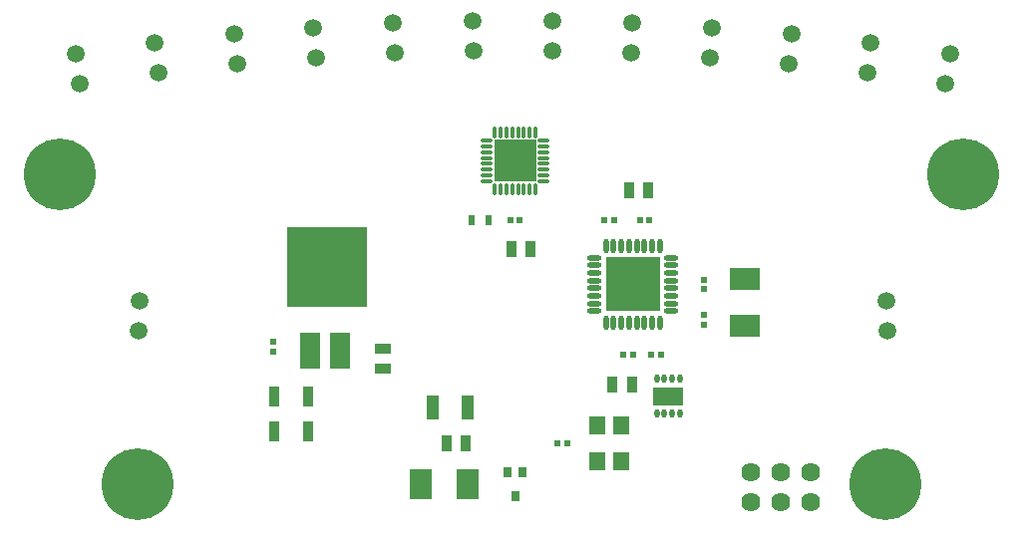
<source format=gts>
G04 Layer_Color=8388736*
%FSLAX25Y25*%
%MOIN*%
G70*
G01*
G75*
%ADD50R,0.03543X0.05512*%
%ADD51R,0.02441X0.02441*%
%ADD52R,0.02441X0.02441*%
%ADD53R,0.03740X0.07087*%
%ADD54R,0.05512X0.03543*%
%ADD55R,0.02756X0.03543*%
%ADD56R,0.04331X0.07874*%
%ADD57R,0.05315X0.06299*%
%ADD58R,0.09842X0.06496*%
%ADD59O,0.01772X0.02953*%
%ADD60R,0.26772X0.26772*%
%ADD61R,0.06693X0.12205*%
%ADD62R,0.09842X0.07283*%
%ADD63R,0.07283X0.09842*%
%ADD64R,0.02165X0.03543*%
%ADD65R,0.18110X0.18110*%
%ADD66O,0.04724X0.01772*%
%ADD67O,0.01772X0.04724*%
%ADD68R,0.13976X0.13976*%
%ADD69O,0.01378X0.04134*%
%ADD70O,0.04134X0.01378*%
%ADD71C,0.05905*%
%ADD72C,0.06394*%
%ADD73C,0.24016*%
D50*
X210433Y58268D02*
D03*
X216929D02*
D03*
X222539Y123228D02*
D03*
X216043D02*
D03*
X161516Y38583D02*
D03*
X155020D02*
D03*
X183169Y103543D02*
D03*
X176673D02*
D03*
D51*
X214035Y68110D02*
D03*
X217264D02*
D03*
X222874Y113386D02*
D03*
X219646D02*
D03*
X211063D02*
D03*
X207835D02*
D03*
X226811Y68110D02*
D03*
X223583D02*
D03*
X192087Y38583D02*
D03*
X195315D02*
D03*
X179567Y113386D02*
D03*
X176339D02*
D03*
D52*
X240945Y90118D02*
D03*
Y93347D02*
D03*
Y81535D02*
D03*
Y78307D02*
D03*
X97244Y69252D02*
D03*
Y72480D02*
D03*
D53*
X108760Y42520D02*
D03*
X97539D02*
D03*
X108760Y54331D02*
D03*
X97539D02*
D03*
D54*
X133858Y70177D02*
D03*
Y63681D02*
D03*
D55*
X180512Y28740D02*
D03*
X175394D02*
D03*
X177953Y20866D02*
D03*
D56*
X162205Y50394D02*
D03*
X150394D02*
D03*
D57*
X205315Y32677D02*
D03*
X213583D02*
D03*
X205315Y44488D02*
D03*
X213583D02*
D03*
D58*
X229134Y54331D02*
D03*
D59*
X232972Y48425D02*
D03*
X230413D02*
D03*
X227854D02*
D03*
X225295D02*
D03*
Y60236D02*
D03*
X227854D02*
D03*
X230413D02*
D03*
X232972D02*
D03*
D60*
X114961Y97638D02*
D03*
D61*
X119567Y69685D02*
D03*
X109567D02*
D03*
D62*
X254724Y93681D02*
D03*
Y77973D02*
D03*
D63*
X146476Y24803D02*
D03*
X162185D02*
D03*
D64*
X163287Y113386D02*
D03*
X168996D02*
D03*
D65*
X217323Y91732D02*
D03*
D66*
X204429Y82776D02*
D03*
Y85335D02*
D03*
Y87894D02*
D03*
Y90453D02*
D03*
Y93012D02*
D03*
Y95571D02*
D03*
Y98130D02*
D03*
Y100689D02*
D03*
X230217D02*
D03*
Y98130D02*
D03*
Y95571D02*
D03*
Y93012D02*
D03*
Y90453D02*
D03*
Y87894D02*
D03*
Y85335D02*
D03*
Y82776D02*
D03*
D67*
X208366Y104626D02*
D03*
X210925D02*
D03*
X213484D02*
D03*
X216043D02*
D03*
X218602D02*
D03*
X221161D02*
D03*
X223721D02*
D03*
X226279D02*
D03*
Y78839D02*
D03*
X223721D02*
D03*
X221161D02*
D03*
X218602D02*
D03*
X216043D02*
D03*
X213484D02*
D03*
X210925D02*
D03*
X208366D02*
D03*
D68*
X177953Y133071D02*
D03*
D69*
X184843Y123622D02*
D03*
X182874D02*
D03*
X180905D02*
D03*
X178937D02*
D03*
X176969D02*
D03*
X175000D02*
D03*
X173031D02*
D03*
X171063D02*
D03*
Y142520D02*
D03*
X173031D02*
D03*
X175000D02*
D03*
X176969D02*
D03*
X178937D02*
D03*
X180905D02*
D03*
X182874D02*
D03*
X184843D02*
D03*
D70*
X168504Y126181D02*
D03*
Y128150D02*
D03*
Y130118D02*
D03*
Y132087D02*
D03*
Y134055D02*
D03*
Y136024D02*
D03*
Y137992D02*
D03*
Y139961D02*
D03*
X187402D02*
D03*
Y137992D02*
D03*
Y136024D02*
D03*
Y134055D02*
D03*
Y132087D02*
D03*
Y130118D02*
D03*
Y128150D02*
D03*
Y126181D02*
D03*
D71*
X243152Y167660D02*
D03*
X243828Y177638D02*
D03*
X269455Y165456D02*
D03*
X270402Y175411D02*
D03*
X295685Y162518D02*
D03*
X296905Y172444D02*
D03*
X321823Y158849D02*
D03*
X323314Y168737D02*
D03*
X52071Y76151D02*
D03*
X52358Y86147D02*
D03*
X302063Y86147D02*
D03*
X302366Y76151D02*
D03*
X216799Y169129D02*
D03*
X217201Y179121D02*
D03*
X190415Y169861D02*
D03*
X190544Y179860D02*
D03*
X164021Y169861D02*
D03*
X163877Y179860D02*
D03*
X137637Y169129D02*
D03*
X137220Y179121D02*
D03*
X110593Y177637D02*
D03*
X111284Y167661D02*
D03*
X84019Y175410D02*
D03*
X84982Y165457D02*
D03*
X57516Y172443D02*
D03*
X58751Y162519D02*
D03*
X31127Y168739D02*
D03*
X32594Y158847D02*
D03*
D72*
X276693Y18898D02*
D03*
Y28898D02*
D03*
X266693D02*
D03*
Y18898D02*
D03*
X256693D02*
D03*
Y28898D02*
D03*
D73*
X51924Y24817D02*
D03*
X25922Y128401D02*
D03*
X327926D02*
D03*
X301924Y24817D02*
D03*
M02*

</source>
